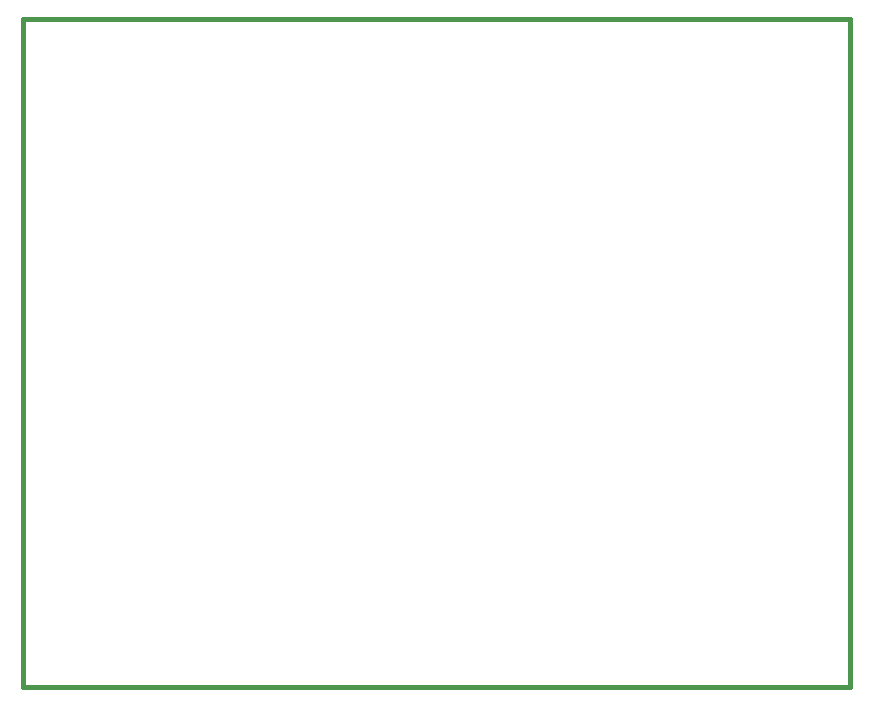
<source format=gbo>
G75*
G70*
%OFA0B0*%
%FSLAX24Y24*%
%IPPOS*%
%LPD*%
%AMOC8*
5,1,8,0,0,1.08239X$1,22.5*
%
%ADD10C,0.0160*%
D10*
X000887Y000585D02*
X000887Y022829D01*
X028446Y022829D01*
X028446Y000585D01*
X000887Y000585D01*
M02*

</source>
